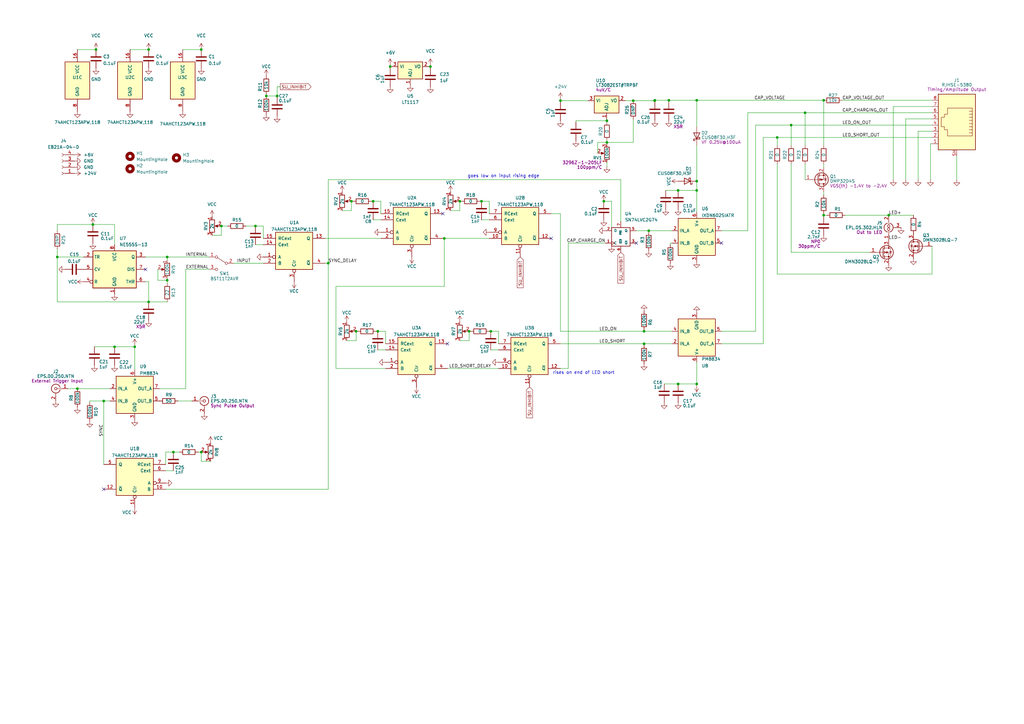
<source format=kicad_sch>
(kicad_sch (version 20211123) (generator eeschema)
  (paper "A3")
  (junction (at 82.55 20.32))
  (junction (at 42.545 164.465))
  (junction (at 278.13 157.48))
  (junction (at 134.62 107.95))
  (junction (at 146.05 135.89))
  (junction (at 278.13 78.105))
  (junction (at 39.37 20.32))
  (junction (at 285.75 41.148))
  (junction (at 337.82 41.148))
  (junction (at 188.595 82.55))
  (junction (at 176.53 27.305))
  (junction (at 268.605 41.148))
  (junction (at 55.245 142.24))
  (junction (at 264.16 135.89))
  (junction (at 71.12 185.42))
  (junction (at 104.775 92.71))
  (junction (at 38.1 92.075))
  (junction (at 248.92 58.42))
  (junction (at 201.295 135.89))
  (junction (at 68.58 114.935))
  (junction (at 68.58 105.41))
  (junction (at 285.75 157.48))
  (junction (at 31.75 159.385))
  (junction (at 46.99 142.24))
  (junction (at 109.22 39.37))
  (junction (at 285.75 74.295))
  (junction (at 192.405 135.89))
  (junction (at 337.82 88.265))
  (junction (at 144.145 82.55))
  (junction (at 60.96 20.32))
  (junction (at 330.2 46.228))
  (junction (at 274.32 41.148))
  (junction (at 264.16 140.97))
  (junction (at 197.485 82.55))
  (junction (at 259.715 41.275))
  (junction (at 182.245 97.79))
  (junction (at 90.805 92.71))
  (junction (at 285.75 78.105))
  (junction (at 229.87 41.275))
  (junction (at 248.92 49.53))
  (junction (at 364.49 88.265))
  (junction (at 268.478 41.275))
  (junction (at 247.65 82.55))
  (junction (at 324.485 51.308))
  (junction (at 160.02 27.305))
  (junction (at 154.94 135.89))
  (junction (at 82.55 185.42))
  (junction (at 153.035 82.55))
  (junction (at 60.96 123.825))
  (junction (at 266.065 94.615))
  (junction (at 318.77 56.388))
  (junction (at 113.665 39.37))
  (junction (at 23.495 105.41))
  (no_connect (at 226.06 97.79))
  (no_connect (at 260.985 99.695))
  (no_connect (at 181.61 87.63))
  (no_connect (at 183.515 140.97))
  (no_connect (at 42.545 200.66))
  (no_connect (at 59.69 110.49))
  (no_connect (at 295.91 99.695))
  (wire (pts (xy 330.2 73.66) (xy 330.2 67.31)))
  (wire (pts (xy 285.75 41.148) (xy 285.75 51.943)))
  (wire (pts (xy 196.85 82.55) (xy 197.485 82.55)))
  (wire (pts (xy 264.16 135.89) (xy 229.87 135.89)))
  (wire (pts (xy 27.94 159.385) (xy 31.75 159.385)))
  (wire (pts (xy 254.635 73.66) (xy 254.635 90.805)))
  (wire (pts (xy 318.77 59.69) (xy 318.77 56.388)))
  (wire (pts (xy 364.49 88.265) (xy 374.65 88.265)))
  (wire (pts (xy 313.055 56.388) (xy 313.055 140.97)))
  (wire (pts (xy 160.02 26.67) (xy 160.02 27.305)))
  (wire (pts (xy 107.95 92.71) (xy 104.775 92.71)))
  (wire (pts (xy 176.53 26.67) (xy 176.53 27.305)))
  (wire (pts (xy 38.1 92.075) (xy 23.495 92.075)))
  (wire (pts (xy 31.75 20.32) (xy 39.37 20.32)))
  (wire (pts (xy 86.36 189.23) (xy 82.55 189.23)))
  (wire (pts (xy 68.58 105.41) (xy 85.725 105.41)))
  (wire (pts (xy 176.53 27.305) (xy 176.53 27.94)))
  (wire (pts (xy 309.88 51.308) (xy 309.88 135.89)))
  (wire (pts (xy 337.82 88.265) (xy 337.82 88.9)))
  (wire (pts (xy 109.22 39.37) (xy 113.665 39.37)))
  (wire (pts (xy 146.05 139.7) (xy 146.05 135.89)))
  (wire (pts (xy 133.35 97.79) (xy 156.21 97.79)))
  (wire (pts (xy 152.4 82.55) (xy 153.035 82.55)))
  (wire (pts (xy 59.69 115.57) (xy 60.96 115.57)))
  (wire (pts (xy 382.27 53.848) (xy 376.555 53.848)))
  (wire (pts (xy 158.115 140.97) (xy 158.115 135.89)))
  (wire (pts (xy 146.05 135.89) (xy 146.685 135.89)))
  (wire (pts (xy 36.83 164.465) (xy 36.83 165.1)))
  (wire (pts (xy 248.92 57.658) (xy 248.92 58.42)))
  (wire (pts (xy 306.705 46.228) (xy 330.2 46.228)))
  (wire (pts (xy 137.795 151.13) (xy 158.115 151.13)))
  (wire (pts (xy 229.87 41.275) (xy 229.87 41.91)))
  (wire (pts (xy 68.58 114.935) (xy 68.58 116.205)))
  (wire (pts (xy 324.485 67.31) (xy 324.485 103.505)))
  (wire (pts (xy 81.28 185.42) (xy 82.55 185.42)))
  (wire (pts (xy 295.91 135.89) (xy 309.88 135.89)))
  (wire (pts (xy 233.045 99.695) (xy 233.045 151.13)))
  (wire (pts (xy 200.66 135.89) (xy 201.295 135.89)))
  (wire (pts (xy 107.95 97.79) (xy 107.95 92.71)))
  (wire (pts (xy 345.44 41.148) (xy 382.27 41.148)))
  (wire (pts (xy 23.495 92.075) (xy 23.495 94.615)))
  (wire (pts (xy 184.785 86.36) (xy 188.595 86.36)))
  (wire (pts (xy 313.055 56.388) (xy 318.77 56.388)))
  (wire (pts (xy 59.69 105.41) (xy 68.58 105.41)))
  (wire (pts (xy 53.34 20.32) (xy 60.96 20.32)))
  (wire (pts (xy 95.885 107.95) (xy 107.95 107.95)))
  (wire (pts (xy 382.27 58.928) (xy 381.635 58.928)))
  (wire (pts (xy 264.16 140.97) (xy 264.16 141.605)))
  (wire (pts (xy 371.475 48.768) (xy 371.475 73.66)))
  (wire (pts (xy 197.485 90.17) (xy 200.66 90.17)))
  (wire (pts (xy 309.88 51.308) (xy 324.485 51.308)))
  (wire (pts (xy 274.32 41.148) (xy 274.32 41.783)))
  (wire (pts (xy 318.77 56.388) (xy 382.27 56.388)))
  (wire (pts (xy 256.413 41.275) (xy 259.715 41.275)))
  (wire (pts (xy 158.115 135.89) (xy 154.94 135.89)))
  (wire (pts (xy 192.405 135.89) (xy 193.04 135.89)))
  (wire (pts (xy 259.715 48.895) (xy 259.715 58.42)))
  (wire (pts (xy 337.82 78.74) (xy 337.82 80.01)))
  (wire (pts (xy 266.065 94.615) (xy 275.59 94.615)))
  (wire (pts (xy 182.245 97.79) (xy 200.66 97.79)))
  (wire (pts (xy 68.58 105.41) (xy 68.58 106.68)))
  (wire (pts (xy 192.405 139.7) (xy 192.405 135.89)))
  (wire (pts (xy 346.71 88.265) (xy 364.49 88.265)))
  (wire (pts (xy 264.16 135.89) (xy 264.16 135.255)))
  (wire (pts (xy 248.92 50.038) (xy 248.92 49.53)))
  (wire (pts (xy 337.82 68.58) (xy 337.82 67.31)))
  (wire (pts (xy 104.775 100.33) (xy 107.95 100.33)))
  (wire (pts (xy 285.75 78.105) (xy 285.75 86.995)))
  (wire (pts (xy 60.96 115.57) (xy 60.96 123.825)))
  (wire (pts (xy 46.99 92.075) (xy 46.99 100.33)))
  (wire (pts (xy 133.35 107.95) (xy 134.62 107.95)))
  (wire (pts (xy 229.87 87.63) (xy 226.06 87.63)))
  (wire (pts (xy 382.27 100.965) (xy 382.27 112.395)))
  (wire (pts (xy 134.62 73.66) (xy 254.635 73.66)))
  (wire (pts (xy 330.2 46.228) (xy 382.27 46.228)))
  (wire (pts (xy 272.415 157.48) (xy 278.13 157.48)))
  (wire (pts (xy 140.335 86.36) (xy 144.145 86.36)))
  (wire (pts (xy 64.77 110.49) (xy 64.77 114.935)))
  (wire (pts (xy 86.995 96.52) (xy 90.805 96.52)))
  (wire (pts (xy 154.305 135.89) (xy 154.94 135.89)))
  (wire (pts (xy 392.43 64.008) (xy 392.43 73.66)))
  (wire (pts (xy 324.485 51.308) (xy 382.27 51.308)))
  (wire (pts (xy 181.61 97.79) (xy 182.245 97.79)))
  (wire (pts (xy 382.27 48.768) (xy 371.475 48.768)))
  (wire (pts (xy 268.605 41.783) (xy 268.605 41.148)))
  (wire (pts (xy 229.87 87.63) (xy 229.87 135.89)))
  (wire (pts (xy 248.92 49.53) (xy 236.22 49.53)))
  (wire (pts (xy 36.83 164.465) (xy 42.545 164.465)))
  (wire (pts (xy 153.035 82.55) (xy 156.21 82.55)))
  (wire (pts (xy 38.1 92.075) (xy 46.99 92.075)))
  (wire (pts (xy 55.245 141.605) (xy 55.245 142.24)))
  (wire (pts (xy 356.87 103.505) (xy 324.485 103.505)))
  (wire (pts (xy 100.965 92.71) (xy 104.775 92.71)))
  (wire (pts (xy 337.82 87.63) (xy 337.82 88.265)))
  (wire (pts (xy 306.705 46.228) (xy 306.705 94.615)))
  (wire (pts (xy 324.485 51.308) (xy 324.485 59.69)))
  (wire (pts (xy 248.92 58.42) (xy 248.92 59.055)))
  (wire (pts (xy 337.82 88.265) (xy 339.09 88.265)))
  (wire (pts (xy 233.045 99.695) (xy 248.285 99.695)))
  (wire (pts (xy 188.595 86.36) (xy 188.595 82.55)))
  (wire (pts (xy 268.478 41.275) (xy 268.605 41.148)))
  (wire (pts (xy 113.665 39.37) (xy 113.665 40.005)))
  (wire (pts (xy 245.11 58.42) (xy 245.11 62.865)))
  (wire (pts (xy 285.75 74.295) (xy 285.75 78.105)))
  (wire (pts (xy 229.87 140.97) (xy 264.16 140.97)))
  (wire (pts (xy 245.11 58.42) (xy 248.92 58.42)))
  (wire (pts (xy 23.495 105.41) (xy 34.29 105.41)))
  (wire (pts (xy 248.92 66.675) (xy 248.92 68.326)))
  (wire (pts (xy 65.405 159.385) (xy 76.2 159.385)))
  (wire (pts (xy 67.945 200.66) (xy 134.62 200.66)))
  (wire (pts (xy 204.47 135.89) (xy 201.295 135.89)))
  (wire (pts (xy 330.2 59.69) (xy 330.2 46.228)))
  (wire (pts (xy 204.47 140.97) (xy 204.47 135.89)))
  (wire (pts (xy 236.22 49.53) (xy 236.22 50.038)))
  (wire (pts (xy 109.22 39.37) (xy 109.22 38.735)))
  (wire (pts (xy 295.91 94.615) (xy 306.705 94.615)))
  (wire (pts (xy 260.985 94.615) (xy 266.065 94.615)))
  (wire (pts (xy 381.635 58.928) (xy 381.635 73.66)))
  (wire (pts (xy 156.21 82.55) (xy 156.21 87.63)))
  (wire (pts (xy 248.793 48.895) (xy 248.92 49.53)))
  (wire (pts (xy 154.94 143.51) (xy 158.115 143.51)))
  (wire (pts (xy 295.91 140.97) (xy 313.055 140.97)))
  (wire (pts (xy 250.825 82.55) (xy 247.65 82.55)))
  (wire (pts (xy 134.62 107.95) (xy 134.62 200.66)))
  (wire (pts (xy 23.495 123.825) (xy 60.96 123.825)))
  (wire (pts (xy 275.59 99.695) (xy 274.955 99.695)))
  (wire (pts (xy 153.035 90.17) (xy 156.21 90.17)))
  (wire (pts (xy 264.16 140.97) (xy 275.59 140.97)))
  (wire (pts (xy 229.87 41.275) (xy 241.173 41.275)))
  (wire (pts (xy 67.945 193.04) (xy 71.12 193.04)))
  (wire (pts (xy 182.245 117.475) (xy 182.245 97.79)))
  (wire (pts (xy 74.93 20.32) (xy 82.55 20.32)))
  (wire (pts (xy 73.025 164.465) (xy 78.74 164.465)))
  (wire (pts (xy 160.02 27.305) (xy 160.655 27.305)))
  (wire (pts (xy 268.605 41.148) (xy 274.32 41.148)))
  (wire (pts (xy 55.245 142.24) (xy 55.245 151.765)))
  (wire (pts (xy 188.595 139.7) (xy 192.405 139.7)))
  (wire (pts (xy 274.32 41.148) (xy 285.75 41.148)))
  (wire (pts (xy 142.24 139.7) (xy 146.05 139.7)))
  (wire (pts (xy 201.295 143.51) (xy 204.47 143.51)))
  (wire (pts (xy 71.12 185.42) (xy 73.66 185.42)))
  (wire (pts (xy 113.665 39.37) (xy 113.665 35.56)))
  (wire (pts (xy 233.045 151.13) (xy 229.87 151.13)))
  (wire (pts (xy 90.805 96.52) (xy 90.805 92.71)))
  (wire (pts (xy 113.665 35.56) (xy 114.935 35.56)))
  (wire (pts (xy 248.92 58.42) (xy 259.715 58.42)))
  (wire (pts (xy 68.58 114.3) (xy 68.58 114.935)))
  (wire (pts (xy 137.795 117.475) (xy 137.795 151.13)))
  (wire (pts (xy 76.2 110.49) (xy 85.725 110.49)))
  (wire (pts (xy 285.75 158.115) (xy 285.75 157.48)))
  (wire (pts (xy 274.955 99.695) (xy 274.955 100.33)))
  (wire (pts (xy 90.805 92.71) (xy 93.345 92.71)))
  (wire (pts (xy 76.2 110.49) (xy 76.2 159.385)))
  (wire (pts (xy 160.02 27.305) (xy 160.02 27.94)))
  (wire (pts (xy 175.895 27.305) (xy 176.53 27.305)))
  (wire (pts (xy 42.545 164.465) (xy 45.085 164.465)))
  (wire (pts (xy 137.795 117.475) (xy 182.245 117.475)))
  (wire (pts (xy 382.27 43.688) (xy 366.395 43.688)))
  (wire (pts (xy 382.27 112.395) (xy 318.77 112.395)))
  (wire (pts (xy 285.75 157.48) (xy 285.75 148.59)))
  (wire (pts (xy 366.395 43.688) (xy 366.395 73.66)))
  (wire (pts (xy 82.55 189.23) (xy 82.55 185.42)))
  (wire (pts (xy 200.66 87.63) (xy 200.66 82.55)))
  (wire (pts (xy 67.945 190.5) (xy 67.945 185.42)))
  (wire (pts (xy 278.13 157.48) (xy 285.75 157.48)))
  (wire (pts (xy 264.16 135.89) (xy 275.59 135.89)))
  (wire (pts (xy 285.75 59.563) (xy 285.75 74.295)))
  (wire (pts (xy 31.75 159.385) (xy 45.085 159.385)))
  (wire (pts (xy 144.145 86.36) (xy 144.145 82.55)))
  (wire (pts (xy 23.495 102.235) (xy 23.495 105.41)))
  (wire (pts (xy 144.145 82.55) (xy 144.78 82.55)))
  (wire (pts (xy 285.75 41.148) (xy 337.82 41.148)))
  (wire (pts (xy 376.555 53.848) (xy 376.555 73.66)))
  (wire (pts (xy 64.77 114.935) (xy 68.58 114.935)))
  (wire (pts (xy 278.13 78.105) (xy 285.75 78.105)))
  (wire (pts (xy 318.77 112.395) (xy 318.77 67.31)))
  (wire (pts (xy 38.735 142.24) (xy 46.99 142.24)))
  (wire (pts (xy 188.595 82.55) (xy 189.23 82.55)))
  (wire (pts (xy 229.87 40.64) (xy 229.87 41.275)))
  (wire (pts (xy 337.82 59.69) (xy 337.82 41.148)))
  (wire (pts (xy 200.66 82.55) (xy 197.485 82.55)))
  (wire (pts (xy 134.62 107.95) (xy 134.62 73.66)))
  (wire (pts (xy 46.99 142.24) (xy 55.245 142.24)))
  (wire (pts (xy 67.945 185.42) (xy 71.12 185.42)))
  (wire (pts (xy 250.825 93.345) (xy 250.825 82.55)))
  (wire (pts (xy 60.96 123.825) (xy 68.58 123.825)))
  (wire (pts (xy 23.495 123.825) (xy 23.495 105.41)))
  (wire (pts (xy 273.05 78.105) (xy 278.13 78.105)))
  (wire (pts (xy 266.065 94.615) (xy 266.065 95.25)))
  (wire (pts (xy 183.515 151.13) (xy 204.47 151.13)))
  (wire (pts (xy 42.545 164.465) (xy 42.545 190.5)))
  (wire (pts (xy 259.715 41.275) (xy 268.478 41.275)))
  (text "rises on end of LED short" (at 226.695 153.67 0) (effects (font (size 1.27 1.27)) (justify left bottom)))
  (text "goes low on input rising edge" (at 191.77 73.025 0) (effects (font (size 1.27 1.27)) (justify left bottom)))
  (label "CAP_CHARGE_ON" (at 248.285 99.695 180))
  (label "INPUT" (at 97.155 107.95 0))
  (label "SYNC_DELAY" (at 134.62 107.95 0))
  (label "CAP_VOLTAGE_OUT" (at 345.44 41.148 0))
  (label "INTERNAL" (at 76.2 105.41 0))
  (label "LED-" (at 364.49 98.425 0))
  (label "LED+" (at 364.49 88.265 0))
  (label "LED_SHORT_DELAY" (at 184.15 151.13 0))
  (label "LED_SHORT" (at 245.745 140.97 0))
  (label "CAP_CHARGING_OUT" (at 345.44 46.228 0))
  (label "LED_SHORT_OUT" (at 345.44 56.388 0))
  (label "LED_ON" (at 245.745 135.89 0))
  (label "SYNC" (at 42.545 179.07 90))
  (label "LED_ON_OUT" (at 345.44 51.308 0))
  (label "EXTERNAL" (at 76.2 110.49 0))
  (label "CAP_VOLTAGE" (at 309.372 41.148 0))
  (global_label "SU_INHIBIT" (shape input) (at 254.635 103.505 270) (property "Intersheet References" "${INTERSHEET_REFS}" (effects hide)))
  (global_label "SU_INHIBIT" (shape input) (at 217.17 158.75 270) (property "Intersheet References" "${INTERSHEET_REFS}" (effects hide)))
  (global_label "SU_INHIBIT" (shape output) (at 114.935 35.56 0) (property "Intersheet References" "${INTERSHEET_REFS}" (effects hide)))
  (global_label "SU_INHIBIT" (shape input) (at 213.36 105.41 270) (property "Intersheet References" "${INTERSHEET_REFS}" (effects hide)))
  (symbol (lib_id "power:VCC") (at 39.37 20.32 0) (unit 1)
    (property "Reference" "#PWR01" (effects hide))
    (property "Value" "VCC" (at 39.37 14.605 0))
  )
  (symbol (lib_id "power:GND") (at 236.22 57.658 0) (unit 1)
    (property "Reference" "#PWR0145" (effects hide))
    (property "Value" "GND" (effects hide))
  )
  (symbol (lib_id "power:+6V") (at 30.48 63.5 270) (unit 1)
    (property "Reference" "#PWR0169" (effects hide))
    (property "Value" "+6V" (at 34.29 63.4999 90) (effects (justify left)))
  )
  (symbol (lib_id "power:VCC") (at 86.995 88.9 0) (unit 1)
    (property "Reference" "#PWR07" (effects hide))
    (property "Value" "VCC" (at 86.995 83.82 0))
  )
  (symbol (lib_id "power:GND") (at 278.13 85.725 0) (unit 1)
    (property "Reference" "#PWR0146" (effects hide))
    (property "Value" "GND" (effects hide))
  )
  (symbol (lib_id "power:GND") (at 107.95 105.41 270) (unit 1)
    (property "Reference" "#PWR0126" (effects hide))
    (property "Value" "GND" (effects hide))
  )
  (symbol (lib_id "Device:C") (at 236.22 53.848 0) (unit 1)
    (property "Reference" "C7" (at 238.125 56.388 0) (effects (justify left)))
    (property "Value" "0.1uF" (at 238.125 58.293 0) (effects (justify left)))
    (property "Footprint" "Capacitor_SMD:C_0805_2012Metric" (effects hide))
  )
  (symbol (lib_id "Device:R") (at 68.58 120.015 0) (unit 1)
    (property "Reference" "R13" (at 71.12 120.015 90))
    (property "Value" "22" (at 68.58 120.015 90))
    (property "Footprint" "Resistor_SMD:R_0603_1608Metric" (effects hide))
  )
  (symbol (lib_id "power:VCC") (at 140.335 78.74 0) (unit 1)
    (property "Reference" "#PWR08" (effects hide))
    (property "Value" "VCC" (at 140.335 74.93 0))
  )
  (symbol (lib_id "Device:R_Potentiometer") (at 184.785 82.55 0) (unit 1)
    (property "Reference" "RV4" (at 182.245 80.645 90) (effects (justify right)))
    (property "Value" "2k" (at 184.785 82.55 90))
    (property "Footprint" "Potentiometer_THT:Potentiometer_Bourns_3266W_Vertical" (effects hide))
    (property "Datasheet" "https://www.bourns.com/docs/Product-Datasheets/3262.pdf" (effects hide))
    (property "Part#" "3296Y-1-202LF" (effects hide))
  )
  (symbol (lib_id "Device:R") (at 274.955 104.14 0) (unit 1)
    (property "Reference" "R5" (at 272.415 104.775 90) (effects (justify left)))
    (property "Value" "100k" (at 274.955 104.14 90))
    (property "Footprint" "Resistor_SMD:R_0603_1608Metric" (effects hide))
  )
  (symbol (lib_id "Device:C") (at 38.1 95.885 0) (mirror y) (unit 1)
    (property "Reference" "C11" (at 41.275 95.885 0) (effects (justify right)))
    (property "Value" "0.1uF" (at 41.275 97.79 0) (effects (justify right)))
    (property "Footprint" "Capacitor_SMD:C_0603_1608Metric" (effects hide))
  )
  (symbol (lib_id "Device:R_Potentiometer") (at 86.995 92.71 0) (unit 1)
    (property "Reference" "RV3" (at 84.455 92.71 90))
    (property "Value" "2k" (at 86.995 92.71 90))
    (property "Footprint" "Potentiometer_THT:Potentiometer_Bourns_3266X_Horizontal" (effects hide))
    (property "Datasheet" "https://www.bourns.com/docs/Product-Datasheets/3262.pdf" (effects hide))
    (property "Part#" "3262X-1-501LF" (effects hide))
  )
  (symbol (lib_id "power:GND") (at 264.16 149.225 0) (unit 1)
    (property "Reference" "#PWR0149" (effects hide))
    (property "Value" "GND" (effects hide))
  )
  (symbol (lib_id "power:GND") (at 26.67 110.49 270) (unit 1)
    (property "Reference" "#PWR0103" (effects hide))
    (property "Value" "GND" (effects hide))
  )
  (symbol (lib_id "power:GND") (at 38.735 149.86 0) (unit 1)
    (property "Reference" "#PWR0104" (effects hide))
    (property "Value" "GND" (effects hide))
  )
  (symbol (lib_id "74xx:74HC123") (at 53.34 33.02 0) (unit 3)
    (property "Reference" "U2" (at 53.34 31.75 0))
    (property "Value" "74AHCT123APW,118" (at 53.34 50.165 0))
    (property "Footprint" "Package_SO:TSSOP-16_4.4x5mm_P0.65mm" (effects hide))
    (property "Datasheet" "https://assets.nexperia.com/documents/data-sheet/74AHC_AHCT123A.pdf" (effects hide))
  )
  (symbol (lib_id "Connector:Conn_Coaxial") (at 83.82 164.465 0) (unit 1)
    (property "Reference" "J3" (at 86.36 162.56 0) (effects (justify left)))
    (property "Value" "EPS.00.250.NTN" (at 86.36 164.465 0) (effects (justify left)))
    (property "Footprint" "Connector_Coaxial:SMA_Amphenol_132203-12_Horizontal" (effects hide))
    (property "Datasheet" "https://www.lemo.com/pdf/EPS.00.250.NTN.pdf" (effects hide))
    (property "Name" "Sync Pulse Output" (at 86.36 166.37 0) (effects (justify left)))
  )
  (symbol (lib_id "Device:R_Potentiometer") (at 142.24 135.89 0) (unit 1)
    (property "Reference" "RV6" (at 139.7 133.985 90) (effects (justify right)))
    (property "Value" "2k" (at 142.24 135.89 90))
    (property "Footprint" "Potentiometer_THT:Potentiometer_Bourns_3266W_Vertical" (effects hide))
    (property "Datasheet" "https://www.bourns.com/docs/Product-Datasheets/3262.pdf" (effects hide))
    (property "Part#" "3296Y-1-202LF" (effects hide))
  )
  (symbol (lib_id "Device:R") (at 109.22 34.925 180) (unit 1)
    (property "Reference" "R11" (at 106.68 33.655 90) (effects (justify left)))
    (property "Value" "10k" (at 109.22 34.925 90))
    (property "Footprint" "Resistor_SMD:R_0603_1608Metric" (effects hide))
  )
  (symbol (lib_id "Device:C") (at 201.295 139.7 0) (unit 1)
    (property "Reference" "C20" (at 200.66 142.24 0) (effects (justify right)))
    (property "Value" "1nF" (at 200.66 144.145 0) (effects (justify right)))
    (property "Footprint" "Capacitor_SMD:C_0603_1608Metric" (effects hide))
  )
  (symbol (lib_id "Device:C") (at 113.665 43.815 0) (unit 1)
    (property "Reference" "C27" (at 114.3 39.37 0) (effects (justify left)))
    (property "Value" "0.1uF" (at 114.3 41.275 0) (effects (justify left)))
    (property "Footprint" "Capacitor_SMD:C_0603_1608Metric" (effects hide))
  )
  (symbol (lib_id "Device:R") (at 259.715 45.085 180) (unit 1)
    (property "Reference" "R26" (at 257.175 45.085 90))
    (property "Value" "DNP" (at 259.715 45.085 90))
    (property "Footprint" "Resistor_SMD:R_0603_1608Metric" (effects hide))
  )
  (symbol (lib_id "power:GND") (at 38.1 99.695 0) (mirror y) (unit 1)
    (property "Reference" "#PWR0127" (effects hide))
    (property "Value" "GND" (effects hide))
  )
  (symbol (lib_id "Device:C") (at 278.13 161.29 0) (mirror y) (unit 1)
    (property "Reference" "C17" (at 280.035 164.465 0) (effects (justify right)))
    (property "Value" "0.1uF" (at 280.035 166.37 0) (effects (justify right)))
    (property "Footprint" "Capacitor_SMD:C_0603_1608Metric" (effects hide))
  )
  (symbol (lib_id "Device:R_Potentiometer") (at 68.58 110.49 0) (mirror y) (unit 1)
    (property "Reference" "RV5" (at 71.12 110.49 90))
    (property "Value" "100k" (at 68.58 110.49 90))
    (property "Footprint" "Potentiometer_THT:Potentiometer_Bourns_3266X_Horizontal" (effects hide))
    (property "Datasheet" "https://www.bourns.com/docs/Product-Datasheets/3262.pdf" (effects hide))
    (property "Part#" "3296Z-1-104LF" (effects hide))
  )
  (symbol (lib_id "power:GND") (at 67.945 198.12 90) (mirror x) (unit 1)
    (property "Reference" "#PWR0177" (effects hide))
    (property "Value" "GND" (effects hide))
  )
  (symbol (lib_id "Device:C") (at 268.605 45.593 0) (unit 1)
    (property "Reference" "C26" (at 266.7 48.133 0) (effects (justify right)))
    (property "Value" "0.1uF" (at 266.7 50.038 0) (effects (justify right)))
    (property "Footprint" "Capacitor_SMD:C_0603_1608Metric" (effects hide))
  )
  (symbol (lib_id "power:GND") (at 31.75 45.72 0) (unit 1)
    (property "Reference" "#PWR0117" (effects hide))
    (property "Value" "GND" (effects hide))
  )
  (symbol (lib_id "Device:R") (at 337.82 63.5 180) (unit 1)
    (property "Reference" "R24" (at 335.28 63.5 90))
    (property "Value" "0" (at 337.82 63.5 90))
    (property "Footprint" "Resistor_SMD:R_0603_1608Metric" (effects hide))
  )
  (symbol (lib_id "power:GND") (at 31.75 167.005 0) (unit 1)
    (property "Reference" "#PWR0134" (effects hide))
    (property "Value" "GND" (effects hide))
  )
  (symbol (lib_id "power:VCC") (at 55.245 208.28 180) (unit 1)
    (property "Reference" "#PWR0120" (effects hide))
    (property "Value" "VCC" (at 52.07 210.185 0))
  )
  (symbol (lib_id "Device:R") (at 31.75 163.195 0) (unit 1)
    (property "Reference" "R8" (at 29.21 163.195 90))
    (property "Value" "100k" (at 31.75 163.195 90))
    (property "Footprint" "Resistor_SMD:R_0603_1608Metric" (effects hide))
  )
  (symbol (lib_id "power:GND") (at 248.92 68.326 0) (unit 1)
    (property "Reference" "#PWR0156" (effects hide))
    (property "Value" "GND" (effects hide))
  )
  (symbol (lib_id "74xx:74HC123") (at 213.36 92.71 0) (unit 2)
    (property "Reference" "U2" (at 213.36 81.1235 0))
    (property "Value" "74AHCT123APW,118" (at 213.36 83.8986 0))
    (property "Footprint" "Package_SO:TSSOP-16_4.4x5mm_P0.65mm" (effects hide))
    (property "Datasheet" "https://assets.nexperia.com/documents/data-sheet/74AHC_AHCT123A.pdf" (effects hide))
  )
  (symbol (lib_id "power:GND") (at 36.83 172.72 0) (unit 1)
    (property "Reference" "#PWR0132" (effects hide))
    (property "Value" "GND" (effects hide))
  )
  (symbol (lib_id "74xx:74HC123") (at 168.91 92.71 0) (unit 1)
    (property "Reference" "U2" (at 168.91 81.1235 0))
    (property "Value" "74AHCT123APW,118" (at 168.91 83.8986 0))
    (property "Footprint" "Package_SO:TSSOP-16_4.4x5mm_P0.65mm" (effects hide))
    (property "Datasheet" "https://assets.nexperia.com/documents/data-sheet/74AHC_AHCT123A.pdf" (effects hide))
  )
  (symbol (lib_id "Device:C") (at 160.02 31.75 0) (unit 1)
    (property "Reference" "C6" (at 154.94 33.02 90) (effects (justify left)))
    (property "Value" "1uF" (at 156.845 34.29 90) (effects (justify left)))
    (property "Footprint" "Capacitor_SMD:C_0603_1608Metric" (effects hide))
  )
  (symbol (lib_id "Device:R_Potentiometer") (at 86.36 185.42 0) (mirror y) (unit 1)
    (property "Reference" "RV8" (at 88.9 185.42 90))
    (property "Value" "2k" (at 86.36 185.42 90))
    (property "Footprint" "Potentiometer_THT:Potentiometer_Bourns_3266X_Horizontal" (effects hide))
    (property "Datasheet" "https://www.bourns.com/docs/Product-Datasheets/3262.pdf" (effects hide))
    (property "Part#" "3262X-1-202LF" (effects hide))
  )
  (symbol (lib_id "Connector:Conn_Triaxial") (at 367.03 93.345 90) (unit 1)
    (property "Reference" "J5" (at 361.95 91.44 90) (effects (justify left)))
    (property "Value" "EPL.0S.302.HLN" (at 361.95 93.345 90) (effects (justify left)))
    (property "Footprint" "Connector:FanPinHeader_1x03_P2.54mm_Vertical" (effects hide))
    (property "Datasheet" "https://www.lemo.com/pdf/EPL.0S.302.HLN.pdf" (effects hide))
    (property "Name" "Out to LED" (at 361.95 95.25 90) (effects (justify left)))
  )
  (symbol (lib_id "power:+24V") (at 30.48 71.12 270) (unit 1)
    (property "Reference" "#PWR0113" (effects hide))
    (property "Value" "+24V" (at 34.29 71.1199 90) (effects (justify left)))
  )
  (symbol (lib_id "74xGxx:74LVC2G74") (at 254.635 97.155 0) (unit 1)
    (property "Reference" "U4" (at 256.3051 87.63 0) (effects (justify left)))
    (property "Value" "SN74LVC2G74" (at 256.3051 90.17 0) (effects (justify left)))
    (property "Footprint" "Package_SO:SSOP-8_2.95x2.8mm_P0.65mm" (effects hide))
    (property "Datasheet" "https://www.ti.com/lit/ds/symlink/sn74lvc2g74.pdf" (effects hide))
  )
  (symbol (lib_id "power:VCC") (at 278.13 74.295 90) (unit 1)
    (property "Reference" "#PWR0110" (effects hide))
    (property "Value" "VCC" (at 274.32 76.2 0) (effects (justify left)))
  )
  (symbol (lib_id "Mechanical:MountingHole") (at 53.34 69.215 0) (unit 1)
    (property "Reference" "H2" (at 55.88 67.9449 0) (effects (justify left)))
    (property "Value" "MountingHole" (at 55.88 70.4849 0) (effects (justify left)))
    (property "Footprint" "MountingHole:MountingHole_3.2mm_M3" (effects hide))
  )
  (symbol (lib_id "Device:C") (at 176.53 31.75 0) (unit 1)
    (property "Reference" "C23" (at 180.34 30.4799 0) (effects (justify left)))
    (property "Value" "1uF" (at 180.34 33.0199 0) (effects (justify left)))
    (property "Footprint" "Capacitor_SMD:C_0603_1608Metric" (effects hide))
  )
  (symbol (lib_id "Device:C") (at 229.87 45.72 0) (unit 1)
    (property "Reference" "C5" (at 224.79 46.99 90) (effects (justify left)))
    (property "Value" "1uF" (at 226.695 48.26 90) (effects (justify left)))
    (property "Footprint" "Capacitor_SMD:C_0603_1608Metric" (effects hide))
  )
  (symbol (lib_id "Device:R") (at 97.155 92.71 90) (unit 1)
    (property "Reference" "R15" (at 97.155 90.17 90))
    (property "Value" "0" (at 97.155 92.71 90))
    (property "Footprint" "Resistor_SMD:R_0603_1608Metric" (effects hide))
  )
  (symbol (lib_id "Driver_FET:EL7202CN") (at 285.75 138.43 0) (mirror x) (unit 1)
    (property "Reference" "U8" (at 287.7694 150.0165 0) (effects (justify left)))
    (property "Value" "PM8834" (at 287.7694 147.2414 0) (effects (justify left)))
    (property "Footprint" "Package_SO:SO-8_3.9x4.9mm_P1.27mm" (effects hide))
    (property "Datasheet" "https://www.st.com/content/ccc/resource/technical/document/datasheet/9a/22/3e/55/d3/f8/46/d5/CD00212712.pdf/files/CD00212712.pdf/jcr:content/translations/en.CD00212712.pdf" (effects hide))
  )
  (symbol (lib_id "power:GND") (at 204.47 148.59 270) (unit 1)
    (property "Reference" "#PWR0139" (effects hide))
    (property "Value" "GND" (effects hide))
  )
  (symbol (lib_name "BAT48JFILM_1") (lib_id "Diode:BAT48JFILM") (at 281.94 74.295 180) (unit 1)
    (property "Reference" "D1" (at 283.845 69.215 0) (effects (justify left)))
    (property "Value" "CUS08F30,H3F" (at 283.845 71.12 0) (effects (justify left)))
    (property "Footprint" "Diode_SMD:D_SOD-323" (effects hide))
    (property "Datasheet" "www.st.com/resource/en/datasheet/bat48.pdf" (effects hide))
  )
  (symbol (lib_id "74xx:74HC123") (at 31.75 33.02 0) (unit 3)
    (property "Reference" "U1" (at 31.75 31.75 0))
    (property "Value" "74AHCT123APW,118" (at 31.75 50.165 0))
    (property "Footprint" "Package_SO:TSSOP-16_4.4x5mm_P0.65mm" (effects hide))
    (property "Datasheet" "https://assets.nexperia.com/documents/data-sheet/74AHC_AHCT123A.pdf" (effects hide))
  )
  (symbol (lib_id "Device:C") (at 274.32 45.593 0) (unit 1)
    (property "Reference" "C24" (at 276.225 48.133 0) (effects (justify left)))
    (property "Value" "22uF" (at 276.225 50.038 0) (effects (justify left)))
    (property "Footprint" "Capacitor_SMD:C_0805_2012Metric" (effects hide))
    (property "Datasheet" "https://media.digikey.com/pdf/Data%20Sheets/Samsung%20PDFs/CL21A226MAYNNNE_Spec.pdf" (effects hide))
    (property "Dielectric" "X5R" (at 276.225 51.943 0) (effects (justify left)))
  )
  (symbol (lib_id "power:GND") (at 176.53 35.56 0) (unit 1)
    (property "Reference" "#PWR0174" (effects hide))
    (property "Value" "GND" (effects hide))
  )
  (symbol (lib_id "Device:R") (at 148.59 82.55 90) (unit 1)
    (property "Reference" "R16" (at 148.59 80.01 90))
    (property "Value" "0" (at 148.59 82.55 90))
    (property "Footprint" "Resistor_SMD:R_0603_1608Metric" (effects hide))
  )
  (symbol (lib_id "power:GND") (at 30.48 66.04 90) (unit 1)
    (property "Reference" "#PWR0170" (effects hide))
    (property "Value" "GND" (at 34.29 66.0399 90) (effects (justify right)))
  )
  (symbol (lib_id "Device:C") (at 247.65 86.36 0) (unit 1)
    (property "Reference" "C2" (at 245.11 85.725 0) (effects (justify right)))
    (property "Value" "0.1uF" (at 245.11 87.63 0) (effects (justify right)))
    (property "Footprint" "Capacitor_SMD:C_0603_1608Metric" (effects hide))
  )
  (symbol (lib_id "power:GND") (at 60.96 27.94 0) (unit 1)
    (property "Reference" "#PWR0122" (effects hide))
    (property "Value" "GND" (at 60.96 32.5025 0))
  )
  (symbol (lib_id "power:GND") (at 247.65 90.17 0) (unit 1)
    (property "Reference" "#PWR022" (effects hide))
    (property "Value" "GND" (effects hide))
  )
  (symbol (lib_id "Device:R") (at 196.85 135.89 90) (unit 1)
    (property "Reference" "R19" (at 196.85 133.35 90))
    (property "Value" "0" (at 196.85 135.89 90))
    (property "Footprint" "Resistor_SMD:R_0603_1608Metric" (effects hide))
  )
  (symbol (lib_id "Connector:Conn_01x04_Female") (at 25.4 68.58 180) (unit 1)
    (property "Reference" "J4" (at 26.035 57.785 0))
    (property "Value" "EB21A-04-D" (at 26.035 60.325 0))
    (property "Footprint" "TerminalBlock_Phoenix:TerminalBlock_Phoenix_MKDS-1,5-4-5.08_1x04_P5.08mm_Horizontal" (effects hide))
    (property "Datasheet" "https://app.adam-tech.com/products/download/data_sheet/204117/eb21a-04-d-data-sheet.pdf" (effects hide))
  )
  (symbol (lib_id "power:GND") (at 376.555 73.66 0) (unit 1)
    (property "Reference" "#PWR0159" (effects hide))
    (property "Value" "GND" (effects hide))
  )
  (symbol (lib_id "power:GND") (at 272.415 165.1 0) (mirror y) (unit 1)
    (property "Reference" "#PWR0152" (effects hide))
    (property "Value" "GND" (effects hide))
  )
  (symbol (lib_id "74xx:74HC123") (at 170.815 146.05 0) (unit 1)
    (property "Reference" "U3" (at 170.815 134.4635 0))
    (property "Value" "74AHCT123APW,118" (at 170.815 137.2386 0))
    (property "Footprint" "Package_SO:TSSOP-16_4.4x5mm_P0.65mm" (effects hide))
    (property "Datasheet" "https://assets.nexperia.com/documents/data-sheet/74AHC_AHCT123A.pdf" (effects hide))
  )
  (symbol (lib_id "74xx:74HC123") (at 55.245 195.58 0) (mirror y) (unit 2)
    (property "Reference" "U1" (at 55.245 183.9935 0))
    (property "Value" "74AHCT123APW,118" (at 55.245 186.7686 0))
    (property "Footprint" "Package_SO:TSSOP-16_4.4x5mm_P0.65mm" (effects hide))
    (property "Datasheet" "https://assets.nexperia.com/documents/data-sheet/74AHC_AHCT123A.pdf" (effects hide))
  )
  (symbol (lib_id "power:GND") (at 266.065 102.87 0) (unit 1)
    (property "Reference" "#PWR0143" (effects hide))
    (property "Value" "GND" (effects hide))
  )
  (symbol (lib_id "Device:C") (at 39.37 24.13 0) (unit 1)
    (property "Reference" "C3" (at 42.291 23.2215 0) (effects (justify left)))
    (property "Value" "0.1uF" (at 42.291 25.9966 0) (effects (justify left)))
    (property "Footprint" "Capacitor_SMD:C_0603_1608Metric" (effects hide))
  )
  (symbol (lib_id "power:GND") (at 22.86 164.465 0) (unit 1)
    (property "Reference" "#PWR0135" (effects hide))
    (property "Value" "GND" (effects hide))
  )
  (symbol (lib_id "Device:C") (at 337.82 92.71 0) (mirror y) (unit 1)
    (property "Reference" "C12" (at 336.55 95.25 0) (effects (justify left)))
    (property "Value" "2.7nF" (at 336.55 97.155 0) (effects (justify left)))
    (property "Footprint" "Capacitor_SMD:C_0603_1608Metric" (effects hide))
    (property "Dielectric" "NP0" (at 336.55 99.06 0) (effects (justify left)))
    (property "TemperatureCoefficient" "30ppm/C" (at 336.55 100.965 0) (effects (justify left)))
  )
  (symbol (lib_id "power:GND") (at 371.475 73.66 0) (unit 1)
    (property "Reference" "#PWR0160" (effects hide))
    (property "Value" "GND" (effects hide))
  )
  (symbol (lib_id "Switch:SW_SPDT") (at 90.805 107.95 0) (mirror y) (unit 1)
    (property "Reference" "SW1" (at 92.075 112.1599 0))
    (property "Value" "BST11T2AVR" (at 92.075 114.3 0))
    (property "Footprint" "Button_Switch_THT:SW_Lever_1P2T_NKK_GW12LxH" (effects hide))
    (property "Datasheet" "https://www.citrelay.com/Catalog%20Pages/SwitchCatalog/BST.pdf" (effects hide))
  )
  (symbol (lib_id "power:GND") (at 46.99 120.65 0) (unit 1)
    (property "Reference" "#PWR0105" (effects hide))
    (property "Value" "GND" (effects hide))
  )
  (symbol (lib_id "Device:C") (at 154.94 139.7 0) (unit 1)
    (property "Reference" "C19" (at 154.305 142.24 0) (effects (justify right)))
    (property "Value" "1nF" (at 154.305 144.145 0) (effects (justify right)))
    (property "Footprint" "Capacitor_SMD:C_0603_1608Metric" (effects hide))
  )
  (symbol (lib_id "power:GND") (at 83.82 169.545 0) (mirror y) (unit 1)
    (property "Reference" "#PWR0129" (effects hide))
    (property "Value" "GND" (effects hide))
  )
  (symbol (lib_id "Transistor_FET:AO3401A") (at 335.28 73.66 0) (mirror x) (unit 1)
    (property "Reference" "Q1" (at 340.36 72.39 0) (effects (justify left)))
    (property "Value" "DMP32D4S" (at 340.36 74.295 0) (effects (justify left)))
    (property "Footprint" "Package_TO_SOT_SMD:SOT-23" (effects hide))
    (property "Datasheet" "https://www.diodes.com/assets/Datasheets/DMP32D4S.pdf" (effects hide))
    (property "VGS(th)" "VGS(th) -1.4V to -2.4V" (at 340.36 76.2 0) (effects (justify left)))
  )
  (symbol (lib_id "power:GND") (at 381.635 73.66 0) (unit 1)
    (property "Reference" "#PWR0158" (effects hide))
    (property "Value" "GND" (effects hide))
  )
  (symbol (lib_id "Timer:LM555xM") (at 46.99 110.49 0) (unit 1)
    (property "Reference" "U7" (at 49.0094 97.79 0) (effects (justify left)))
    (property "Value" "NE555S-13" (at 49.0094 100.33 0) (effects (justify left)))
    (property "Footprint" "Package_SO:SO-8_3.9x4.9mm_P1.27mm" (effects hide))
    (property "Datasheet" "https://www.diodes.com/assets/Datasheets/NE555_SA555_NA555.pdf" (effects hide))
  )
  (symbol (lib_id "Device:R") (at 374.65 92.075 0) (mirror y) (unit 1)
    (property "Reference" "R4" (at 377.19 93.345 90) (effects (justify left)))
    (property "Value" "0" (at 374.65 92.075 90))
    (property "Footprint" "Resistor_SMD:R_0603_1608Metric" (effects hide))
  )
  (symbol (lib_id "power:GND") (at 250.825 100.965 0) (unit 1)
    (property "Reference" "#PWR019" (effects hide))
    (property "Value" "GND" (effects hide))
  )
  (symbol (lib_id "power:GND") (at 273.05 85.725 0) (unit 1)
    (property "Reference" "#PWR0112" (effects hide))
    (property "Value" "GND" (effects hide))
  )
  (symbol (lib_id "Device:R") (at 341.63 41.148 90) (unit 1)
    (property "Reference" "R27" (at 341.63 39.116 90))
    (property "Value" "10k" (at 341.63 41.148 90))
    (property "Footprint" "Resistor_SMD:R_0603_1608Metric" (effects hide))
  )
  (symbol (lib_id "power:GND") (at 168.275 34.925 0) (unit 1)
    (property "Reference" "#PWR0175" (effects hide))
    (property "Value" "GND" (effects hide))
  )
  (symbol (lib_id "power:+24V") (at 229.87 40.64 0) (unit 1)
    (property "Reference" "#PWR0111" (effects hide))
    (property "Value" "+24V" (at 229.87 35.56 0))
  )
  (symbol (lib_id "Mechanical:MountingHole") (at 72.39 64.77 0) (unit 1)
    (property "Reference" "H3" (at 74.93 63.4999 0) (effects (justify left)))
    (property "Value" "MountingHole" (at 74.93 66.0399 0) (effects (justify left)))
    (property "Footprint" "MountingHole:MountingHole_3.2mm_M3" (effects hide))
  )
  (symbol (lib_id "power:VCC") (at 38.1 92.075 0) (unit 1)
    (property "Reference" "#PWR02" (effects hide))
    (property "Value" "VCC" (at 38.1 88.265 0))
  )
  (symbol (lib_id "Mechanical:MountingHole") (at 53.34 64.135 0) (unit 1)
    (property "Reference" "H1" (at 55.88 62.8649 0) (effects (justify left)))
    (property "Value" "MountingHole" (at 55.88 65.4049 0) (effects (justify left)))
    (property "Footprint" "MountingHole:MountingHole_3.2mm_M3" (effects hide))
  )
  (symbol (lib_id "Device:C") (at 60.96 127.635 0) (unit 1)
    (property "Reference" "C18" (at 59.69 130.175 0) (effects (justify right)))
    (property "Value" "22uF" (at 59.69 132.0799 0) (effects (justify right)))
    (property "Footprint" "Capacitor_SMD:C_0805_2012Metric" (effects hide))
    (property "Datasheet" "https://media.digikey.com/pdf/Data%20Sheets/Samsung%20PDFs/CL21A226MAYNNNE_Spec.pdf" (effects hide))
    (property "Dielectric" "X5R" (at 59.69 133.985 0) (effects (justify right)))
  )
  (symbol (lib_id "Device:R") (at 264.16 145.415 0) (unit 1)
    (property "Reference" "R7" (at 266.7 146.685 90) (effects (justify left)))
    (property "Value" "100k" (at 264.16 145.415 90))
    (property "Footprint" "Resistor_SMD:R_0603_1608Metric" (effects hide))
  )
  (symbol (lib_id "Device:R") (at 109.22 43.18 0) (unit 1)
    (property "Reference" "R12" (at 106.68 44.45 90) (effects (justify left)))
    (property "Value" "100k" (at 109.22 43.18 90))
    (property "Footprint" "Resistor_SMD:R_0603_1608Metric" (effects hide))
  )
  (symbol (lib_id "Device:C") (at 38.735 146.05 0) (unit 1)
    (property "Reference" "C21" (at 40.64 148.3549 0) (effects (justify left)))
    (property "Value" "1uF" (at 40.64 150.495 0) (effects (justify left)))
    (property "Footprint" "Capacitor_SMD:C_0603_1608Metric" (effects hide))
  )
  (symbol (lib_id "Device:C") (at 273.05 81.915 0) (unit 1)
    (property "Reference" "C9" (at 271.78 84.455 0) (effects (justify right)))
    (property "Value" "1uF" (at 271.78 86.36 0) (effects (justify right)))
    (property "Footprint" "Capacitor_SMD:C_0603_1608Metric" (effects hide))
  )
  (symbol (lib_id "Device:C") (at 46.99 146.05 0) (unit 1)
    (property "Reference" "C22" (at 48.895 148.59 0) (effects (justify left)))
    (property "Value" "0.1uF" (at 48.895 150.495 0) (effects (justify left)))
    (property "Footprint" "Capacitor_SMD:C_0603_1608Metric" (effects hide))
  )
  (symbol (lib_id "power:GND") (at 392.43 73.66 0) (unit 1)
    (property "Reference" "#PWR0162" (effects hide))
    (property "Value" "GND" (effects hide))
  )
  (symbol (lib_id "Connector:RJ45_Shielded") (at 392.43 51.308 0) (mirror y) (unit 1)
    (property "Reference" "J1" (at 392.43 32.893 0))
    (property "Value" "RJHSE-5380" (at 392.43 34.798 0))
    (property "Footprint" "Connector_RJ:RJ45_Amphenol_RJHSE5380" (effects hide))
    (property "Datasheet" "https://cdn.amphenol-icc.com/media/wysiwyg/files/drawing/rjhse538x.pdf" (effects hide))
    (property "Name" "Timing/Amplitude Output" (at 392.43 36.703 0))
  )
  (symbol (lib_id "power:GND") (at 337.82 96.52 0) (mirror y) (unit 1)
    (property "Reference" "#PWR0163" (effects hide))
    (property "Value" "GND" (effects hide))
  )
  (symbol (lib_id "Device:R") (at 23.495 98.425 0) (unit 1)
    (property "Reference" "R25" (at 26.035 98.425 90))
    (property "Value" "DNP" (at 23.495 98.425 90))
    (property "Footprint" "Resistor_SMD:R_0603_1608Metric" (effects hide))
  )
  (symbol (lib_id "Regulator_Linear:LT1117-ADJ") (at 168.275 27.305 0) (unit 1)
    (property "Reference" "U5" (at 168.275 39.37 0))
    (property "Value" "LT1117" (at 168.275 41.91 0))
    (property "Footprint" "Package_TO_SOT_SMD:SOT-223-3_TabPin2" (effects hide))
    (property "Datasheet" "https://www.analog.com/media/en/technical-documentation/data-sheets/1117fd.pdf" (effects hide))
  )
  (symbol (lib_id "power:GND") (at 278.13 165.1 0) (mirror y) (unit 1)
    (property "Reference" "#PWR0151" (effects hide))
    (property "Value" "GND" (effects hide))
  )
  (symbol (lib_id "Device:R") (at 264.16 131.445 180) (unit 1)
    (property "Reference" "R6" (at 266.7 130.81 90) (effects (justify left)))
    (property "Value" "100k" (at 264.16 131.445 90))
    (property "Footprint" "Resistor_SMD:R_0603_1608Metric" (effects hide))
  )
  (symbol (lib_id "power:GND") (at 82.55 27.94 0) (unit 1)
    (property "Reference" "#PWR0123" (effects hide))
    (property "Value" "GND" (at 82.55 32.5025 0))
  )
  (symbol (lib_id "power:GND") (at 160.02 35.56 0) (unit 1)
    (property "Reference" "#PWR0172" (effects hide))
    (property "Value" "GND" (effects hide))
  )
  (symbol (lib_id "Device:R") (at 337.82 83.82 180) (unit 1)
    (property "Reference" "R2" (at 335.28 83.82 90))
    (property "Value" "10k" (at 337.82 83.82 90))
    (property "Footprint" "Resistor_SMD:R_0603_1608Metric" (effects hide))
  )
  (symbol (lib_id "Device:C") (at 60.96 24.13 0) (unit 1)
    (property "Reference" "C4" (at 63.881 23.2215 0) (effects (justify left)))
    (property "Value" "0.1uF" (at 63.881 25.9966 0) (effects (justify left)))
    (property "Footprint" "Capacitor_SMD:C_0603_1608Metric" (effects hide))
  )
  (symbol (lib_id "power:GND") (at 248.285 94.615 270) (unit 1)
    (property "Reference" "#PWR017" (effects hide))
    (property "Value" "GND" (effects hide))
  )
  (symbol (lib_id "power:GND") (at 158.115 148.59 270) (unit 1)
    (property "Reference" "#PWR0130" (effects hide))
    (property "Value" "GND" (effects hide))
  )
  (symbol (lib_id "Device:R") (at 324.485 63.5 180) (unit 1)
    (property "Reference" "R22" (at 321.945 63.5 90))
    (property "Value" "0" (at 324.485 63.5 90))
    (property "Footprint" "Resistor_SMD:R_0603_1608Metric" (effects hide))
  )
  (symbol (lib_id "power:GND") (at 366.395 73.66 0) (unit 1)
    (property "Reference" "#PWR0161" (effects hide))
    (property "Value" "GND" (effects hide))
  )
  (symbol (lib_id "Transistor_FET:AO3400A") (at 377.19 100.965 0) (mirror y) (unit 1)
    (property "Reference" "Q3" (at 378.46 96.52 0) (effects (justify right)))
    (property "Value" "DMN3028LQ-7" (at 378.46 98.425 0) (effects (justify right)))
    (property "Footprint" "Package_TO_SOT_SMD:SOT-23" (effects hide))
    (property "Datasheet" "https://www.diodes.com/assets/Datasheets/DMN3028LQ.pdf" (effects hide))
  )
  (symbol (lib_id "power:GND") (at 156.21 95.25 270) (unit 1)
    (property "Reference" "#PWR0109" (effects hide))
    (property "Value" "GND" (effects hide))
  )
  (symbol (lib_id "power:GND") (at 46.99 149.86 0) (unit 1)
    (property "Reference" "#PWR0133" (effects hide))
    (property "Value" "GND" (effects hide))
  )
  (symbol (lib_id "Device:R") (at 266.065 99.06 0) (unit 1)
    (property "Reference" "R3" (at 263.525 99.695 90) (effects (justify left)))
    (property "Value" "100k" (at 266.065 99.06 90))
    (property "Footprint" "Resistor_SMD:R_0603_1608Metric" (effects hide))
  )
  (symbol (lib_id "power:GND") (at 53.34 45.72 0) (unit 1)
    (property "Reference" "#PWR0119" (effects hide))
    (property "Value" "GND" (effects hide))
  )
  (symbol (lib_id "Device:R") (at 330.2 63.5 180) (unit 1)
    (property "Reference" "R23" (at 327.66 63.5 90))
    (property "Value" "0" (at 330.2 63.5 90))
    (property "Footprint" "Resistor_SMD:R_0603_1608Metric" (effects hide))
  )
  (symbol (lib_id "power:VCC") (at 168.91 105.41 180) (unit 1)
    (property "Reference" "#PWR010" (effects hide))
    (property "Value" "VCC" (at 168.91 109.22 0))
  )
  (symbol (lib_id "power:GND") (at 374.65 106.045 0) (unit 1)
    (property "Reference" "#PWR0165" (effects hide))
    (property "Value" "GND" (effects hide))
  )
  (symbol (lib_id "power:VCC") (at 170.815 158.75 180) (unit 1)
    (property "Reference" "#PWR020" (effects hide))
    (property "Value" "VCC" (at 170.815 162.56 0))
  )
  (symbol (lib_id "power:VCC") (at 55.245 141.605 0) (unit 1)
    (property "Reference" "#PWR03" (effects hide))
    (property "Value" "VCC" (at 55.245 137.795 0))
  )
  (symbol (lib_id "power:GND") (at 113.665 47.625 0) (unit 1)
    (property "Reference" "#PWR0118" (effects hide))
    (property "Value" "GND" (effects hide))
  )
  (symbol (lib_id "power:GND") (at 364.49 108.585 0) (unit 1)
    (property "Reference" "#PWR0164" (effects hide))
    (property "Value" "GND" (effects hide))
  )
  (symbol (lib_id "Transistor_FET:AO3400A") (at 361.95 103.505 0) (unit 1)
    (property "Reference" "Q2" (at 360.68 105.41 0) (effects (justify right)))
    (property "Value" "DMN3028LQ-7" (at 360.68 107.315 0) (effects (justify right)))
    (property "Footprint" "Package_TO_SOT_SMD:SOT-23" (effects hide))
    (property "Datasheet" "https://www.diodes.com/assets/Datasheets/DMN3028LQ.pdf" (effects hide))
  )
  (symbol (lib_id "power:GND") (at 74.93 45.72 0) (unit 1)
    (property "Reference" "#PWR0121" (effects hide))
    (property "Value" "GND" (effects hide))
  )
  (symbol (lib_id "Device:C") (at 71.12 189.23 0) (mirror y) (unit 1)
    (property "Reference" "C25" (at 71.755 191.77 0) (effects (justify right)))
    (property "Value" "1nF" (at 71.755 193.675 0) (effects (justify right)))
    (property "Footprint" "Capacitor_SMD:C_0603_1608Metric" (effects hide))
  )
  (symbol (lib_id "Device:C") (at 278.13 81.915 0) (unit 1)
    (property "Reference" "C10" (at 280.035 84.455 0) (effects (justify left)))
    (property "Value" "0.1uF" (at 280.035 86.36 0) (effects (justify left)))
    (property "Footprint" "Capacitor_SMD:C_0603_1608Metric" (effects hide))
  )
  (symbol (lib_id "power:GND") (at 274.955 107.95 0) (unit 1)
    (property "Reference" "#PWR0114" (effects hide))
    (property "Value" "GND" (effects hide))
  )
  (symbol (lib_id "power:GND") (at 55.245 172.085 0) (unit 1)
    (property "Reference" "#PWR0131" (effects hide))
    (property "Value" "GND" (effects hide))
  )
  (symbol (lib_id "power:VCC") (at 86.36 181.61 0) (unit 1)
    (property "Reference" "#PWR06" (effects hide))
    (property "Value" "VCC" (at 89.535 179.705 0))
  )
  (symbol (lib_id "Device:C") (at 272.415 161.29 0) (mirror y) (unit 1)
    (property "Reference" "C16" (at 271.78 156.845 0) (effects (justify left)))
    (property "Value" "1uF" (at 271.78 158.75 0) (effects (justify left)))
    (property "Footprint" "Capacitor_SMD:C_0603_1608Metric" (effects hide))
  )
  (symbol (lib_id "power:VCC") (at 120.65 115.57 180) (unit 1)
    (property "Reference" "#PWR0102" (effects hide))
    (property "Value" "VCC" (at 120.65 119.38 0))
  )
  (symbol (lib_id "74xx:74HC123") (at 74.93 33.02 0) (unit 3)
    (property "Reference" "U3" (at 74.93 31.75 0))
    (property "Value" "74AHCT123APW,118" (at 74.93 50.8 0))
    (property "Footprint" "Package_SO:TSSOP-16_4.4x5mm_P0.65mm" (effects hide))
    (property "Datasheet" "https://assets.nexperia.com/documents/data-sheet/74AHC_AHCT123A.pdf" (effects hide))
  )
  (symbol (lib_id "Device:R") (at 36.83 168.91 0) (unit 1)
    (property "Reference" "R10" (at 39.37 168.91 90))
    (property "Value" "100k" (at 36.83 168.91 90))
    (property "Footprint" "Resistor_SMD:R_0603_1608Metric" (effects hide))
  )
  (symbol (lib_id "74xx:74HC123") (at 120.65 102.87 0) (unit 1)
    (property "Reference" "U1" (at 120.65 91.2835 0))
    (property "Value" "74AHCT123APW,118" (at 120.65 94.0586 0))
    (property "Footprint" "Package_SO:TSSOP-16_4.4x5mm_P0.65mm" (effects hide))
    (property "Datasheet" "https://assets.nexperia.com/documents/data-sheet/74AHC_AHCT123A.pdf" (effects hide))
  )
  (symbol (lib_id "power:+6V") (at 160.02 26.67 0) (unit 1)
    (property "Reference" "#PWR0173" (effects hide))
    (property "Value" "+6V" (at 160.02 21.59 0))
  )
  (symbol (lib_id "Device:R") (at 342.9 88.265 90) (unit 1)
    (property "Reference" "R1" (at 343.535 85.725 90))
    (property "Value" "0" (at 342.9 88.265 90))
    (property "Footprint" "Resistor_SMD:R_0603_1608Metric" (effects hide))
  )
  (symbol (lib_id "power:GND") (at 264.16 127.635 180) (unit 1)
    (property "Reference" "#PWR0153" (effects hide))
    (property "Value" "GND" (effects hide))
  )
  (symbol (lib_id "power:VCC") (at 247.65 82.55 0) (unit 1)
    (property "Reference" "#PWR018" (effects hide))
    (property "Value" "VCC" (at 245.745 78.74 0) (effects (justify left)))
  )
  (symbol (lib_id "Device:C") (at 153.035 86.36 180) (unit 1)
    (property "Reference" "C8" (at 152.4 90.805 0) (effects (justify left)))
    (property "Value" "1nF" (at 152.4 88.9 0) (effects (justify left)))
    (property "Footprint" "Capacitor_SMD:C_0603_1608Metric" (effects hide))
  )
  (symbol (lib_id "power:VCC") (at 188.595 132.08 0) (unit 1)
    (property "Reference" "#PWR014" (effects hide))
    (property "Value" "VCC" (at 188.595 128.27 0))
  )
  (symbol (lib_id "Diode:BAT48JFILM") (at 285.75 55.753 90) (unit 1)
    (property "Reference" "D2" (at 287.655 54.483 90) (effects (justify right)))
    (property "Value" "CUS08F30,H3F" (at 287.655 56.388 90) (effects (justify right)))
    (property "Footprint" "Diode_SMD:D_SOD-323" (effects hide))
    (property "Datasheet" "www.st.com/resource/en/datasheet/bat48.pdf" (effects hide))
    (property "VF" "VF 0.25V@100uA" (at 287.655 58.293 90) (effects (justify right)))
  )
  (symbol (lib_id "power:GND") (at 274.32 49.403 0) (unit 1)
    (property "Reference" "#PWR0155" (effects hide))
    (property "Value" "GND" (effects hide))
  )
  (symbol (lib_id "Device:R") (at 77.47 185.42 90) (unit 1)
    (property "Reference" "R14" (at 77.47 182.88 90))
    (property "Value" "0" (at 77.47 185.42 90))
    (property "Footprint" "Resistor_SMD:R_0603_1608Metric" (effects hide))
  )
  (symbol (lib_id "Device:R") (at 150.495 135.89 90) (unit 1)
    (property "Reference" "R17" (at 150.495 133.35 90))
    (property "Value" "0" (at 150.495 135.89 90))
    (property "Footprint" "Resistor_SMD:R_0603_1608Metric" (effects hide))
  )
  (symbol (lib_id "Device:C") (at 30.48 110.49 270) (unit 1)
    (property "Reference" "C15" (at 30.48 104.3645 90))
    (property "Value" "0.1uF" (at 30.48 107.1396 90))
    (property "Footprint" "Capacitor_SMD:C_0603_1608Metric" (effects hide))
  )
  (symbol (lib_id "power:VCC") (at 176.53 26.67 0) (unit 1)
    (property "Reference" "#PWR012" (effects hide))
    (property "Value" "VCC" (at 176.53 20.955 0))
  )
  (symbol (lib_id "power:VCC") (at 142.24 132.08 0) (unit 1)
    (property "Reference" "#PWR09" (effects hide))
    (property "Value" "VCC" (at 142.24 128.27 0))
  )
  (symbol (lib_id "Regulator_Linear:LT1117-ADJ") (at 248.793 41.275 0) (unit 1)
    (property "Reference" "U10" (at 244.348 33.02 0) (effects (justify left)))
    (property "Value" "LT3082EST#TRPBF" (at 244.348 34.925 0) (effects (justify left)))
    (property "Footprint" "Package_TO_SOT_SMD:SOT-223-3_TabPin2" (effects hide))
    (property "Datasheet" "https://www.analog.com/media/en/technical-documentation/data-sheets/3082f.pdf" (effects hide))
    (property "TempStability" "4uV/C" (at 244.348 36.83 0) (effects (justify left)))
  )
  (symbol (lib_id "power:GND") (at 30.48 68.58 90) (unit 1)
    (property "Reference" "#PWR0168" (effects hide))
    (property "Value" "GND" (at 34.29 68.5799 90) (effects (justify right)))
  )
  (symbol (lib_id "power:GND") (at 109.22 46.99 0) (unit 1)
    (property "Reference" "#PWR0115" (effects hide))
    (property "Value" "GND" (effects hide))
  )
  (symbol (lib_id "Driver_FET:EL7202CN") (at 285.75 97.155 0) (unit 1)
    (property "Reference" "U6" (at 287.7694 85.5685 0) (effects (justify left)))
    (property "Value" "IXDN602SIATR" (at 287.7694 88.3436 0) (effects (justify left)))
    (property "Footprint" "Package_SO:SO-8_3.9x4.9mm_P1.27mm" (effects hide))
    (property "Datasheet" "https://www.ixysic.com/home/pdfs.nsf/www/IXD_602.pdf/$file/IXD_602.pdf" (effects hide))
  )
  (symbol (lib_id "power:VCC") (at 109.22 31.115 0) (unit 1)
    (property "Reference" "#PWR015" (effects hide))
    (property "Value" "VCC" (at 109.22 27.305 0))
  )
  (symbol (lib_id "power:GND") (at 229.87 49.53 0) (unit 1)
    (property "Reference" "#PWR0144" (effects hide))
    (property "Value" "GND" (effects hide))
  )
  (symbol (lib_id "Device:R_Potentiometer") (at 248.92 62.865 180) (unit 1)
    (property "Reference" "RV1" (at 247.015 64.77 0) (effects (justify left)))
    (property "Value" "100k" (at 248.92 62.865 90))
    (property "Footprint" "Potentiometer_THT:Potentiometer_Bourns_3266X_Horizontal" (effects hide))
    (property "Datasheet" "http://www.vishaypg.com/docs/63053/accutrim1240.pdf" (effects hide))
    (property "Part#" "3296Z-1-205LF" (at 247.015 66.675 0) (effects (justify left)))
    (property "TemperatureCoefficient" "100ppm/C" (at 247.015 68.58 0) (effects (justify left)))
  )
  (symbol (lib_id "Device:C") (at 197.485 86.36 0) (unit 1)
    (property "Reference" "C14" (at 196.85 88.9 0) (effects (justify right)))
    (property "Value" "1nF" (at 196.85 90.805 0) (effects (justify right)))
    (property "Footprint" "Capacitor_SMD:C_0603_1608Metric" (effects hide))
  )
  (symbol (lib_id "power:GND") (at 285.75 107.315 0) (unit 1)
    (property "Reference" "#PWR0147" (effects hide))
    (property "Value" "GND" (effects hide))
  )
  (symbol (lib_id "Device:C") (at 104.775 96.52 0) (unit 1)
    (property "Reference" "C13" (at 104.14 99.06 0) (effects (justify right)))
    (property "Value" "1nF" (at 104.14 100.965 0) (effects (justify right)))
    (property "Footprint" "Capacitor_SMD:C_0603_1608Metric" (effects hide))
  )
  (symbol (lib_id "74xx:74HC123") (at 217.17 146.05 0) (unit 2)
    (property "Reference" "U3" (at 217.17 134.4635 0))
    (property "Value" "74AHCT123APW,118" (at 217.17 137.2386 0))
    (property "Footprint" "Package_SO:TSSOP-16_4.4x5mm_P0.65mm" (effects hide))
    (property "Datasheet" "https://assets.nexperia.com/documents/data-sheet/74AHC_AHCT123A.pdf" (effects hide))
  )
  (symbol (lib_id "power:VCC") (at 82.55 20.32 0) (unit 1)
    (property "Reference" "#PWR05" (effects hide))
    (property "Value" "VCC" (at 82.55 14.605 0))
  )
  (symbol (lib_id "power:GND") (at 369.57 93.345 0) (unit 1)
    (property "Reference" "#PWR0176" (effects hide))
    (property "Value" "GND" (effects hide))
  )
  (symbol (lib_id "power:VCC") (at 34.29 115.57 90) (unit 1)
    (property "Reference" "#PWR0106" (effects hide))
    (property "Value" "VCC" (at 27.94 115.57 90) (effects (justify right)))
  )
  (symbol (lib_id "power:GND") (at 285.75 128.27 0) (mirror x) (unit 1)
    (property "Reference" "#PWR0150" (effects hide))
    (property "Value" "GND" (effects hide))
  )
  (symbol (lib_id "power:GND") (at 39.37 27.94 0) (unit 1)
    (property "Reference" "#PWR0116" (effects hide))
    (property "Value" "GND" (at 39.37 32.5025 0))
  )
  (symbol (lib_id "power:VCC") (at 285.75 158.115 0) (mirror x) (unit 1)
    (property "Reference" "#PWR021" (effects hide))
    (property "Value" "VCC" (at 285.75 161.925 0))
  )
  (symbol (lib_id "Device:R") (at 248.92 53.848 180) (unit 1)
    (property "Reference" "R20" (at 246.38 53.848 90))
    (property "Value" "0" (at 248.92 53.848 90))
    (property "Footprint" "Resistor_SMD:R_0603_1608Metric" (effects hide))
  )
  (symbol (lib_id "power:GND") (at 268.605 49.403 0) (unit 1)
    (property "Reference" "#PWR0107" (effects hide))
    (property "Value" "GND" (effects hide))
  )
  (symbol (lib_id "Device:R") (at 193.04 82.55 90) (unit 1)
    (property "Reference" "R18" (at 193.04 80.01 90))
    (property "Value" "0" (at 193.04 82.55 90))
    (property "Footprint" "Resistor_SMD:R_0603_1608Metric" (effects hide))
  )
  (symbol (lib_id "power:GND") (at 200.66 95.25 270) (unit 1)
    (property "Reference" "#PWR0108" (effects hide))
    (property "Value" "GND" (effects hide))
  )
  (symbol (lib_id "Device:R_Potentiometer") (at 140.335 82.55 0) (unit 1)
    (property "Reference" "RV2" (at 137.795 80.645 90) (effects (justify right)))
    (property "Value" "2k" (at 140.335 82.55 90))
    (property "Footprint" "Potentiometer_THT:Potentiometer_Bourns_3266W_Vertical" (effects hide))
    (property "Datasheet" "https://www.bourns.com/docs/Product-Datasheets/3262.pdf" (effects hide))
    (property "Part#" "3262X-1-501LF" (effects hide))
  )
  (symbol (lib_id "Device:R") (at 69.215 164.465 90) (unit 1)
    (property "Reference" "R9" (at 69.215 161.925 90))
    (property "Value" "50" (at 69.215 164.465 90))
    (property "Footprint" "Resistor_SMD:R_1206_3216Metric" (effects hide))
  )
  (symbol (lib_id "Connector:Conn_Coaxial") (at 22.86 159.385 0) (mirror y) (unit 1)
    (property "Reference" "J2" (at 22.86 152.4 0))
    (property "Value" "EPS.00.250.NTN" (at 22.86 154.305 0))
    (property "Footprint" "Connector_Coaxial:SMA_Amphenol_132203-12_Horizontal" (effects hide))
    (property "Datasheet" "https://www.lemo.com/pdf/EPS.00.250.NTN.pdf" (effects hide))
    (property "Name" "External Trigger Input" (at 23.495 156.21 0))
  )
  (symbol (lib_id "power:VCC") (at 60.96 20.32 0) (unit 1)
    (property "Reference" "#PWR04" (effects hide))
    (property "Value" "VCC" (at 60.96 14.605 0))
  )
  (symbol (lib_id "Device:C") (at 82.55 24.13 0) (unit 1)
    (property "Reference" "C1" (at 85.471 23.2215 0) (effects (justify left)))
    (property "Value" "0.1uF" (at 85.471 25.9966 0) (effects (justify left)))
    (property "Footprint" "Capacitor_SMD:C_0603_1608Metric" (effects hide))
  )
  (symbol (lib_id "Driver_FET:EL7202CN") (at 55.245 161.925 0) (unit 1)
    (property "Reference" "U9" (at 57.2644 150.3385 0) (effects (justify left)))
    (property "Value" "PM8834" (at 57.2644 153.1136 0) (effects (justify left)))
    (property "Footprint" "Package_SO:SO-8_3.9x4.9mm_P1.27mm" (effects hide))
    (property "Datasheet" "https://www.st.com/content/ccc/resource/technical/document/datasheet/9a/22/3e/55/d3/f8/46/d5/CD00212712.pdf/files/CD00212712.pdf/jcr:content/translations/en.CD00212712.pdf" (effects hide))
  )
  (symbol (lib_id "power:VCC") (at 184.785 78.74 0) (unit 1)
    (property "Reference" "#PWR013" (effects hide))
    (property "Value" "VCC" (at 184.785 74.93 0))
  )
  (symbol (lib_id "power:GND") (at 60.96 131.445 0) (unit 1)
    (property "Reference" "#PWR0101" (effects hide))
    (property "Value" "GND" (effects hide))
  )
  (symbol (lib_id "Device:R") (at 318.77 63.5 180) (unit 1)
    (property "Reference" "R21" (at 316.23 63.5 90))
    (property "Value" "0" (at 318.77 63.5 90))
    (property "Footprint" "Resistor_SMD:R_0603_1608Metric" (effects hide))
  )
  (symbol (lib_id "Device:R_Potentiometer") (at 188.595 135.89 0) (unit 1)
    (property "Reference" "RV7" (at 186.055 133.985 90) (effects (justify right)))
    (property "Value" "2k" (at 188.595 135.89 90))
    (property "Footprint" "Potentiometer_THT:Potentiometer_Bourns_3266W_Vertical" (effects hide))
    (property "Part#" "3296Y-1-202LF" (effects hide))
  )
)
</source>
